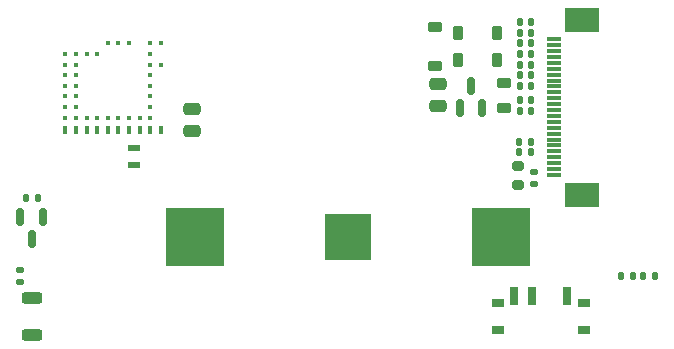
<source format=gbr>
%TF.GenerationSoftware,KiCad,Pcbnew,8.99.0-unknown-7a4b3602b9~181~ubuntu24.04.1*%
%TF.CreationDate,2024-12-15T13:41:54-05:00*%
%TF.ProjectId,nRF54L_ePaper,6e524635-344c-45f6-9550-617065722e6b,rev?*%
%TF.SameCoordinates,Original*%
%TF.FileFunction,Paste,Bot*%
%TF.FilePolarity,Positive*%
%FSLAX46Y46*%
G04 Gerber Fmt 4.6, Leading zero omitted, Abs format (unit mm)*
G04 Created by KiCad (PCBNEW 8.99.0-unknown-7a4b3602b9~181~ubuntu24.04.1) date 2024-12-15 13:41:54*
%MOMM*%
%LPD*%
G01*
G04 APERTURE LIST*
G04 Aperture macros list*
%AMRoundRect*
0 Rectangle with rounded corners*
0 $1 Rounding radius*
0 $2 $3 $4 $5 $6 $7 $8 $9 X,Y pos of 4 corners*
0 Add a 4 corners polygon primitive as box body*
4,1,4,$2,$3,$4,$5,$6,$7,$8,$9,$2,$3,0*
0 Add four circle primitives for the rounded corners*
1,1,$1+$1,$2,$3*
1,1,$1+$1,$4,$5*
1,1,$1+$1,$6,$7*
1,1,$1+$1,$8,$9*
0 Add four rect primitives between the rounded corners*
20,1,$1+$1,$2,$3,$4,$5,0*
20,1,$1+$1,$4,$5,$6,$7,0*
20,1,$1+$1,$6,$7,$8,$9,0*
20,1,$1+$1,$8,$9,$2,$3,0*%
G04 Aperture macros list end*
%ADD10RoundRect,0.135000X-0.135000X-0.185000X0.135000X-0.185000X0.135000X0.185000X-0.135000X0.185000X0*%
%ADD11RoundRect,0.135000X-0.185000X0.135000X-0.185000X-0.135000X0.185000X-0.135000X0.185000X0.135000X0*%
%ADD12RoundRect,0.140000X-0.140000X-0.170000X0.140000X-0.170000X0.140000X0.170000X-0.140000X0.170000X0*%
%ADD13RoundRect,0.225000X0.375000X-0.225000X0.375000X0.225000X-0.375000X0.225000X-0.375000X-0.225000X0*%
%ADD14R,1.300000X0.300000*%
%ADD15R,3.000000X2.000000*%
%ADD16RoundRect,0.225000X0.225000X0.375000X-0.225000X0.375000X-0.225000X-0.375000X0.225000X-0.375000X0*%
%ADD17RoundRect,0.200000X-0.275000X0.200000X-0.275000X-0.200000X0.275000X-0.200000X0.275000X0.200000X0*%
%ADD18RoundRect,0.135000X0.135000X0.185000X-0.135000X0.185000X-0.135000X-0.185000X0.135000X-0.185000X0*%
%ADD19R,5.000000X5.000000*%
%ADD20R,4.000000X4.000000*%
%ADD21RoundRect,0.190000X-0.685000X0.285000X-0.685000X-0.285000X0.685000X-0.285000X0.685000X0.285000X0*%
%ADD22RoundRect,0.150000X-0.150000X0.587500X-0.150000X-0.587500X0.150000X-0.587500X0.150000X0.587500X0*%
%ADD23R,1.000000X0.800000*%
%ADD24R,0.700000X1.500000*%
%ADD25RoundRect,0.250000X0.475000X-0.250000X0.475000X0.250000X-0.475000X0.250000X-0.475000X-0.250000X0*%
%ADD26R,1.100000X0.600000*%
%ADD27RoundRect,0.150000X0.150000X-0.587500X0.150000X0.587500X-0.150000X0.587500X-0.150000X-0.587500X0*%
%ADD28C,0.400000*%
%ADD29R,0.400000X0.500000*%
%ADD30RoundRect,0.218750X-0.381250X0.218750X-0.381250X-0.218750X0.381250X-0.218750X0.381250X0.218750X0*%
G04 APERTURE END LIST*
D10*
%TO.C,R7*%
X101690000Y-60700000D03*
X102710000Y-60700000D03*
%TD*%
%TO.C,R9*%
X152080000Y-67300000D03*
X153100000Y-67300000D03*
%TD*%
D11*
%TO.C,R8*%
X101200000Y-66790000D03*
X101200000Y-67810000D03*
%TD*%
D12*
%TO.C,C23*%
X143495000Y-55925000D03*
X144455000Y-55925000D03*
%TD*%
D13*
%TO.C,D1*%
X136375000Y-49525000D03*
X136375000Y-46225000D03*
%TD*%
D14*
%TO.C,J2*%
X146450000Y-47250000D03*
X146450000Y-47750000D03*
X146450000Y-48250000D03*
X146450000Y-48750000D03*
X146450000Y-49250000D03*
X146450000Y-49750000D03*
X146450000Y-50250000D03*
X146450000Y-50750000D03*
X146450000Y-51250000D03*
X146450000Y-51750000D03*
X146450000Y-52250000D03*
X146450000Y-52750000D03*
X146450000Y-53250000D03*
X146450000Y-53750000D03*
X146450000Y-54250000D03*
X146450000Y-54750000D03*
X146450000Y-55250000D03*
X146450000Y-55750000D03*
X146450000Y-56250000D03*
X146450000Y-56750000D03*
X146450000Y-57250000D03*
X146450000Y-57750000D03*
X146450000Y-58250000D03*
X146450000Y-58750000D03*
D15*
X148800000Y-45600000D03*
X148800000Y-60400000D03*
%TD*%
D12*
%TO.C,C14*%
X143520000Y-46700000D03*
X144480000Y-46700000D03*
%TD*%
D16*
%TO.C,D3*%
X141600000Y-46700000D03*
X138300000Y-46700000D03*
%TD*%
D12*
%TO.C,C24*%
X143495000Y-56800000D03*
X144455000Y-56800000D03*
%TD*%
%TO.C,C20*%
X143520000Y-51200000D03*
X144480000Y-51200000D03*
%TD*%
D11*
%TO.C,R1*%
X144700000Y-58490000D03*
X144700000Y-59510000D03*
%TD*%
D12*
%TO.C,C15*%
X143520000Y-47600000D03*
X144480000Y-47600000D03*
%TD*%
D17*
%TO.C,R3*%
X143400000Y-57975000D03*
X143400000Y-59625000D03*
%TD*%
D12*
%TO.C,C22*%
X143520000Y-52400000D03*
X144480000Y-52400000D03*
%TD*%
%TO.C,C19*%
X143520000Y-50300000D03*
X144480000Y-50300000D03*
%TD*%
D18*
%TO.C,R10*%
X155000000Y-67300000D03*
X153980000Y-67300000D03*
%TD*%
D19*
%TO.C,BT1*%
X116050000Y-64000000D03*
X141950000Y-64000000D03*
D20*
X129000000Y-64000000D03*
%TD*%
D21*
%TO.C,D4*%
X102200000Y-69200000D03*
X102200000Y-72300000D03*
%TD*%
D22*
%TO.C,Q2*%
X101250000Y-62262500D03*
X103150000Y-62262500D03*
X102200000Y-64137500D03*
%TD*%
D12*
%TO.C,C18*%
X143520000Y-49400000D03*
X144480000Y-49400000D03*
%TD*%
D16*
%TO.C,D2*%
X141605000Y-49000000D03*
X138305000Y-49000000D03*
%TD*%
D12*
%TO.C,C17*%
X143520000Y-48500000D03*
X144480000Y-48500000D03*
%TD*%
D23*
%TO.C,SW5*%
X148950000Y-71830000D03*
X148950000Y-69620000D03*
X141650000Y-71830000D03*
X141650000Y-69620000D03*
D24*
X147550000Y-68970000D03*
X144550000Y-68970000D03*
X143050000Y-68970000D03*
%TD*%
D25*
%TO.C,C1*%
X115800000Y-55050000D03*
X115800000Y-53150000D03*
%TD*%
D12*
%TO.C,C21*%
X143520000Y-53300000D03*
X144480000Y-53300000D03*
%TD*%
D26*
%TO.C,Y2*%
X110900000Y-57875000D03*
X110900000Y-56475000D03*
%TD*%
D12*
%TO.C,C13*%
X143520000Y-45800000D03*
X144480000Y-45800000D03*
%TD*%
D25*
%TO.C,C2*%
X136630000Y-52940000D03*
X136630000Y-51040000D03*
%TD*%
D27*
%TO.C,Q1*%
X140337500Y-53087500D03*
X138437500Y-53087500D03*
X139387500Y-51212500D03*
%TD*%
D28*
%TO.C,U1*%
X113150000Y-47600000D03*
X113150000Y-49400000D03*
D29*
X113150000Y-55050000D03*
D28*
X113150000Y-54800000D03*
X112250000Y-47600000D03*
X112250000Y-48500000D03*
X112250000Y-49400000D03*
X112250000Y-50300000D03*
X112250000Y-51200000D03*
X112250000Y-52100000D03*
X112250000Y-53000000D03*
X112250000Y-53900000D03*
D29*
X112250000Y-55050000D03*
D28*
X112250000Y-54800000D03*
X111350000Y-53900000D03*
D29*
X111350000Y-55050000D03*
D28*
X111350000Y-54800000D03*
X110450000Y-47600000D03*
X110450000Y-53900000D03*
D29*
X110450000Y-55050000D03*
D28*
X110450000Y-54800000D03*
X109550000Y-47600000D03*
X109550000Y-53900000D03*
D29*
X109550000Y-55050000D03*
D28*
X109550000Y-54800000D03*
X108650000Y-47600000D03*
X108650000Y-53900000D03*
D29*
X108650000Y-55050000D03*
D28*
X108650000Y-54800000D03*
X107750000Y-48500000D03*
X107750000Y-53900000D03*
D29*
X107750000Y-55050000D03*
D28*
X107750000Y-54800000D03*
X106850000Y-48500000D03*
X106850000Y-53900000D03*
D29*
X106850000Y-55050000D03*
D28*
X106850000Y-54800000D03*
X105950000Y-48500000D03*
X105950000Y-49400000D03*
X105950000Y-50300000D03*
X105950000Y-51200000D03*
X105950000Y-52100000D03*
X105950000Y-53000000D03*
X105950000Y-53900000D03*
D29*
X105950000Y-55050000D03*
D28*
X105950000Y-54800000D03*
X105050000Y-48500000D03*
X105050000Y-49400000D03*
X105050000Y-50300000D03*
X105050000Y-51200000D03*
X105050000Y-52100000D03*
X105050000Y-53000000D03*
X105050000Y-53900000D03*
D29*
X105050000Y-55050000D03*
D28*
X105050000Y-54800000D03*
%TD*%
D30*
%TO.C,L4*%
X142200000Y-50937500D03*
X142200000Y-53062500D03*
%TD*%
M02*

</source>
